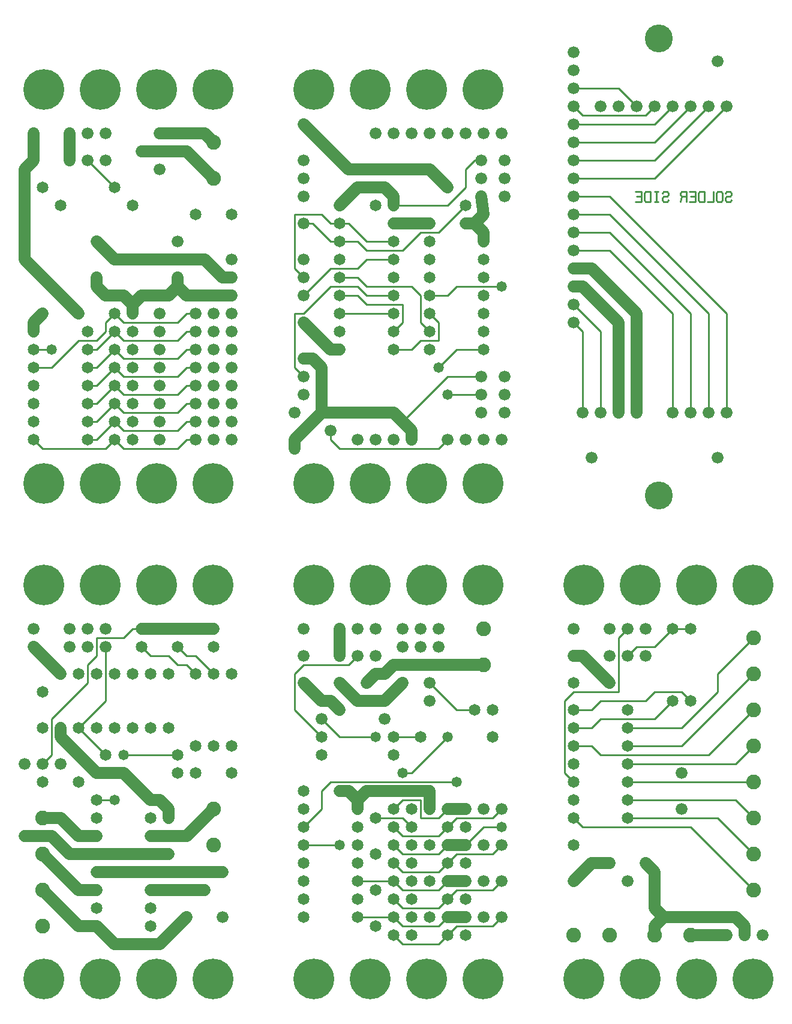
<source format=gbl>
%MOIN*%
%FSLAX25Y25*%
G04 D10 used for Character Trace; *
G04     Circle (OD=.01000) (No hole)*
G04 D11 used for Power Trace; *
G04     Circle (OD=.06700) (No hole)*
G04 D12 used for Signal Trace; *
G04     Circle (OD=.01100) (No hole)*
G04 D13 used for Via; *
G04     Circle (OD=.05800) (Round. Hole ID=.02800)*
G04 D14 used for Component hole; *
G04     Circle (OD=.06500) (Round. Hole ID=.03500)*
G04 D15 used for Component hole; *
G04     Circle (OD=.06600) (Round. Hole ID=.04200)*
G04 D16 used for Component hole; *
G04     Circle (OD=.08200) (Round. Hole ID=.05200)*
G04 D17 used for Component hole; *
G04     Circle (OD=.08900) (Round. Hole ID=.05900)*
G04 D18 used for Component hole; *
G04     Circle (OD=.11600) (Round. Hole ID=.08600)*
G04 D19 used for Component hole; *
G04     Circle (OD=.15500) (Round. Hole ID=.12500)*
G04 D20 used for Component hole; *
G04     Circle (OD=.18200) (Round. Hole ID=.15200)*
G04 D21 used for Component hole; *
G04     Circle (OD=.22600) (Round. Hole ID=.19600)*
%ADD10C,.01000*%
%ADD11C,.06700*%
%ADD12C,.01100*%
%ADD13C,.05800*%
%ADD14C,.06500*%
%ADD15C,.06600*%
%ADD16C,.08200*%
%ADD17C,.08900*%
%ADD18C,.11600*%
%ADD19C,.15500*%
%ADD20C,.18200*%
%ADD21C,.22600*%
%IPPOS*%
%LPD*%
G90*X0Y0D02*D21*X15625Y15625D03*D14*              
X45000Y45000D03*D11*X55000Y35000D01*X80000D01*    
X95000Y50000D01*D15*D03*D13*X105000Y65000D03*D11* 
X75000D01*D14*D03*Y75000D03*D11*X45000D01*D14*D03*
D11*X35000Y65000D02*X45000D01*D14*D03*D11*        
X35000D02*X15000Y85000D01*D16*D03*D13*            
X5000Y95000D03*D11*X20000D01*X30000Y85000D01*     
X45000D01*D14*D03*D11*X75000D01*D14*D03*D11*      
X85000D01*D14*D03*D11*X75000Y95000D02*X95000D01*  
D14*X75000D03*X85000Y105000D03*D11*Y110000D01*    
X80000Y115000D01*X75000D01*D14*D03*D11*           
X60000Y130000D01*X50000D01*D14*D03*D11*X45000D01* 
X25000Y150000D01*Y155000D01*D14*D03*D12*          
X20000Y140000D02*Y160000D01*X15000Y135000D02*     
X20000Y140000D01*D15*X15000Y135000D03*X25000D03*  
X5000D03*D14*X15000Y125000D03*X35000Y155000D03*   
D12*X50000Y140000D01*D14*D03*D13*X60000D03*D12*   
X90000D01*D14*D03*X100000Y130000D03*X90000D03*    
X100000Y145000D03*X75000Y155000D03*X85000D03*     
X110000Y145000D03*X65000Y155000D03*               
X120000Y130000D03*Y145000D03*D16*                 
X110000Y110000D03*D11*X95000Y95000D01*D16*        
X110000Y90000D03*D13*X115000Y75000D03*D11*        
X75000D01*D14*Y55000D03*X45000Y105000D03*D11*     
X35000Y45000D02*X45000D01*X35000D02*              
X15000Y65000D01*D16*D03*Y45000D03*D14*            
X45000Y95000D03*D11*X35000D01*X25000Y105000D01*   
X15000D01*D16*D03*D14*X35000Y125000D03*           
X45000Y115000D03*D12*X55000D01*D13*D03*D14*       
X75000Y105000D03*X15000Y155000D03*X55000D03*      
X45000D03*D12*X35000D02*X50000Y170000D01*         
Y200000D01*D15*D03*D12*X45000Y195000D02*          
Y205000D01*X40000Y190000D02*X45000Y195000D01*     
X40000Y180000D02*Y190000D01*X20000Y160000D02*     
X40000Y180000D01*D14*X15000Y175000D03*            
X45000Y185000D03*X35000D03*X25000D03*D11*         
X10000Y200000D01*D15*D03*Y210000D03*              
X30000Y200000D03*Y210000D03*X40000Y200000D03*     
Y210000D03*D21*X46875Y234375D03*X15625D03*D12*    
X45000Y205000D02*X60000D01*X65000Y210000D01*      
X70000D01*D14*D03*D11*X90000D01*D14*D03*D11*      
X110000D01*D14*D03*Y200000D03*D12*                
X95000Y195000D02*X100000D01*X110000Y185000D01*D14*
D03*X120000D03*X100000D03*D12*X95000Y190000D01*   
X90000D01*X85000Y195000D01*X75000D01*             
X70000Y200000D01*D14*D03*X85000Y185000D03*        
X55000D03*X65000D03*X75000D03*D15*                
X50000Y210000D03*D14*X90000Y200000D03*D12*        
X95000Y195000D01*D21*X109375Y234375D03*X78125D03* 
D14*X45000Y55000D03*D15*X115000Y50000D03*D14*     
X75000Y45000D03*D21*X46875Y15625D03*X78125D03*    
X109375D03*G90*X0Y0D02*D14*X160000Y50000D03*      
Y60000D03*Y70000D03*Y80000D03*Y90000D03*D12*      
X180000D01*D13*D03*D14*X190000Y80000D03*          
Y100000D03*Y90000D03*X160000Y110000D03*X190000D03*
D11*Y115000D01*X195000Y120000D01*X230000D01*      
Y110000D01*D14*D03*D12*X225000Y105000D02*         
X235000D01*X225000D02*Y115000D01*X215000D01*      
X210000Y110000D01*D14*D03*D12*X220000Y100000D02*  
X215000Y105000D01*D14*X220000Y100000D03*D12*      
X200000Y105000D02*X215000D01*D14*X200000D03*D11*  
X190000Y115000D02*X185000Y120000D01*X180000D01*   
D14*D03*D12*X170000D02*X175000Y125000D01*         
X170000Y110000D02*Y120000D01*X160000Y100000D02*   
X170000Y110000D01*D14*X160000Y100000D03*          
Y120000D03*D12*X175000Y125000D02*X245000D01*D13*  
D03*D15*X260000Y110000D03*D14*X240000D03*D12*     
X235000Y105000D01*D14*X240000Y100000D03*D12*      
X235000Y95000D01*X215000D01*X210000Y100000D01*D14*
D03*X220000Y90000D03*Y110000D03*X210000Y90000D03* 
D12*X215000Y85000D01*X235000D01*X240000Y90000D01* 
D14*D03*D11*X250000D01*D15*D03*D12*               
X260000Y100000D01*X270000D01*D13*D03*D12*         
X245000Y105000D02*X265000D01*X240000Y100000D02*   
X245000Y105000D01*D15*X250000Y110000D03*D11*      
X240000D01*D14*X250000Y100000D03*D15*             
X260000Y90000D03*D12*X215000Y130000D02*X220000D01*
D13*X215000D03*D12*X220000D02*X240000Y150000D01*  
D13*D03*D14*X255000Y165000D03*D12*X245000D01*     
X230000Y180000D01*D15*D03*Y190000D03*D11*         
X210000D01*X205000Y185000D01*X200000D01*          
X195000Y180000D01*D15*D03*D11*X190000Y170000D02*  
X205000D01*X190000D02*X180000Y180000D01*D15*D03*  
D11*X170000Y170000D02*X175000D01*                 
X180000Y165000D01*D13*D03*D11*X170000Y170000D02*  
X160000Y180000D01*D15*D03*D12*X155000Y165000D02*  
Y185000D01*X170000Y150000D02*X155000Y165000D01*   
D14*X170000Y150000D03*D12*X180000D02*X200000D01*  
D13*D03*D14*X210000Y140000D03*D15*                
X205000Y160000D03*D14*X210000Y150000D03*D12*      
X225000D01*D14*D03*D11*X205000Y170000D02*         
X215000Y180000D01*D15*D03*X200000Y195000D03*      
X230000Y170000D03*D11*Y190000D02*X260000D01*D16*  
D03*Y210000D03*D15*X235000D03*Y200000D03*D14*     
X265000Y165000D03*D15*X225000Y210000D03*          
Y200000D03*D14*X265000Y150000D03*D15*             
X215000Y210000D03*Y200000D03*D21*                 
X259375Y234375D03*X228125D03*D15*                 
X200000Y210000D03*D21*X196875Y234375D03*D15*      
X190000Y210000D03*Y195000D03*D12*                 
X185000Y190000D01*X160000D01*X155000Y185000D01*   
D15*X160000Y195000D03*X180000Y210000D03*D11*      
Y195000D01*D15*D03*X160000Y210000D03*             
X170000Y160000D03*D12*X180000Y150000D01*D14*      
X170000Y140000D03*X230000Y90000D03*D12*           
X240000Y80000D02*X245000Y85000D01*D14*            
X240000Y80000D03*D12*X235000Y75000D01*X215000D01* 
X210000Y80000D01*D14*D03*X220000Y70000D03*        
X200000Y85000D03*X220000Y80000D03*                
X210000Y70000D03*D12*X215000Y65000D01*X235000D01* 
X240000Y70000D01*D14*D03*D11*X250000D01*D15*D03*  
D12*X240000Y60000D02*X245000Y65000D01*D14*        
X240000Y60000D03*D12*X235000Y55000D01*X215000D01* 
X210000Y60000D01*D14*D03*X220000Y50000D03*        
X200000Y65000D03*X220000Y60000D03*D12*            
X190000Y70000D02*X210000D01*D14*X190000D03*       
Y60000D03*X210000Y50000D03*D12*X215000Y45000D01*  
X235000D01*X240000Y50000D01*D14*D03*D11*          
X250000D01*D15*D03*D12*X240000Y40000D02*          
X245000Y45000D01*D14*X240000Y40000D03*D12*        
X235000Y35000D01*X215000D01*X210000Y40000D01*D14* 
D03*X200000Y45000D03*X220000Y40000D03*D12*        
X190000Y50000D02*X210000D01*D14*X190000D03*D21*   
X165625Y15625D03*X196875D03*X228125D03*D14*       
X230000Y50000D03*Y70000D03*D12*X245000Y45000D02*  
X265000D01*X270000Y50000D01*D15*D03*X260000D03*   
D12*X245000Y65000D02*X265000D01*D14*              
X250000Y60000D03*Y80000D03*D15*X260000Y70000D03*  
D12*X245000Y85000D02*X265000D01*Y65000D02*        
X270000Y70000D01*D15*D03*D12*X265000Y85000D02*    
X270000Y90000D01*D15*D03*D12*X265000Y105000D02*   
X270000Y110000D01*D15*D03*D14*X250000Y40000D03*   
D21*X259375Y15625D03*X165625Y234375D03*G90*       
X0Y0D02*D12*X310000Y125000D02*X305000Y130000D01*  
D14*X310000Y125000D03*D12*X305000Y130000D02*      
Y170000D01*X310000Y175000D01*X335000D01*          
Y205000D01*X340000Y210000D01*D15*D03*X350000D03*  
X330000D03*D12*X340000Y195000D02*                 
X345000Y200000D01*D15*X340000Y195000D03*D12*      
X345000Y200000D02*X355000D01*X365000Y210000D01*   
D14*D03*D12*X375000D01*D14*D03*D21*               
X378125Y234375D03*D15*X350000Y195000D03*D12*      
X390000Y175000D02*Y185000D01*X370000Y155000D02*   
X390000Y175000D01*X340000Y155000D02*X370000D01*   
D14*X340000D03*Y165000D03*Y145000D03*D12*         
X370000D01*X410000Y185000D01*D16*D03*Y205000D03*  
D12*X390000Y185000D01*D14*X375000Y170000D03*D12*  
X370000Y175000D01*X355000D01*X350000Y170000D01*   
X325000D01*X320000Y165000D01*X310000D01*D14*D03*  
D12*Y155000D02*X320000D01*D14*X310000D03*D12*     
X325000Y140000D02*X320000Y145000D01*              
X325000Y140000D02*X385000D01*X410000Y165000D01*   
D16*D03*Y145000D03*D12*X400000Y135000D01*         
X340000D01*D14*D03*Y125000D03*D12*X410000D01*D16* 
D03*D12*Y105000D02*X400000Y115000D01*D16*         
X410000Y105000D03*D12*X340000Y115000D02*          
X400000D01*D14*X340000D03*Y105000D03*D12*         
X390000D01*X410000Y85000D01*D16*D03*Y65000D03*D12*
X375000Y100000D01*X315000D01*X310000Y105000D01*   
D14*D03*Y115000D03*Y90000D03*D11*Y70000D02*       
X320000Y80000D01*D14*X310000Y70000D03*D11*        
X320000Y80000D02*X330000D01*D15*D03*              
X340000Y70000D03*X350000Y80000D03*D11*            
X355000Y75000D01*Y55000D01*X360000Y50000D01*      
X355000Y45000D01*Y40000D01*D16*D03*D11*           
X360000Y50000D02*X400000D01*X405000Y45000D01*     
Y40000D01*D15*D03*X415000D03*X395000D03*D11*      
X375000D01*D16*D03*D21*X378125Y15625D03*          
X346875D03*X409375D03*D16*X330000Y40000D03*D21*   
X315625Y15625D03*D16*X310000Y40000D03*D15*        
X370000Y110000D03*Y130000D03*D14*                 
X310000Y135000D03*D12*Y145000D02*X320000D01*D14*  
X310000D03*D12*X320000Y155000D02*                 
X325000Y160000D01*X355000D01*X365000Y170000D01*   
D14*D03*D15*X330000Y195000D03*D14*Y180000D03*D11* 
X315000Y195000D01*X310000D01*D15*D03*Y210000D03*  
D14*Y180000D03*D21*X346875Y234375D03*X315625D03*  
X409375D03*G90*X0Y0D02*X109375Y290625D03*         
X78125D03*X46875D03*X15625D03*D12*                
X60000Y310000D02*X90000D01*X60000D02*             
X55000Y315000D01*D14*D03*D12*X50000Y310000D01*    
X15000D01*X10000Y315000D01*D14*D03*Y325000D03*    
Y335000D03*X40000Y345000D03*D12*X45000D01*        
X55000Y355000D01*D14*D03*D12*X60000Y350000D01*    
X90000D01*X95000Y355000D01*X100000D01*D15*D03*    
X110000Y345000D03*Y365000D03*D12*X60000Y360000D02*
X90000D01*X60000D02*X55000Y365000D01*D14*D03*D12* 
X45000Y355000D01*X40000D01*D14*D03*D12*Y365000D02*
X45000D01*D14*X40000D03*D12*X35000Y370000D02*     
X45000D01*X20000Y355000D02*X35000Y370000D01*      
X10000Y355000D02*X20000D01*D14*X10000D03*D13*     
X20000Y365000D03*D12*X10000D01*D14*D03*Y375000D03*
D11*Y380000D01*X15000Y385000D01*D14*D03*X35000D03*
D11*X5000Y415000D01*Y465000D01*X10000Y470000D01*  
D15*D03*D11*Y485000D01*D15*D03*X30000Y470000D03*  
D11*Y485000D01*D15*D03*X40000D03*Y470000D03*D12*  
X55000Y455000D01*D14*D03*X65000Y445000D03*D15*    
X50000Y470000D03*X70000Y475000D03*D11*X95000D01*  
X110000Y460000D01*D16*D03*D14*X100000Y440000D03*  
D16*X110000Y480000D03*D11*X105000Y485000D01*      
X80000D01*D15*D03*Y465000D03*D21*X78125Y509375D03*
D15*X50000Y485000D03*D21*X109375Y509375D03*       
X46875D03*D14*X120000Y440000D03*X25000Y445000D03* 
D15*X45000Y425000D03*D11*X55000Y415000D01*        
X90000D01*D15*D03*D11*X105000D01*                 
X115000Y405000D01*X120000D01*D15*D03*Y415000D03*  
Y395000D03*D11*X95000D01*X90000Y400000D01*        
X85000Y395000D01*X70000D01*X65000Y390000D01*      
Y385000D01*D14*D03*D12*X60000Y380000D02*X90000D01*
X95000Y385000D01*X100000D01*D15*D03*              
X110000Y375000D03*D12*X90000Y370000D02*           
X95000Y375000D01*X60000Y370000D02*X90000D01*      
X60000D02*X55000Y375000D01*D14*D03*D12*           
X45000Y365000D01*Y370000D02*X50000Y375000D01*     
Y380000D01*X55000Y385000D01*D14*D03*D12*          
X60000Y380000D01*D14*X65000Y375000D03*D11*        
Y390000D02*X60000Y395000D01*X50000D01*            
X45000Y400000D01*Y405000D01*D15*D03*D14*          
X40000Y375000D03*D15*X80000D03*Y385000D03*D14*    
X65000Y365000D03*D15*X80000D03*D12*               
X90000Y360000D02*X95000Y365000D01*X100000D01*D15* 
D03*X110000Y355000D03*X100000Y375000D03*D12*      
X95000D01*D15*X110000Y385000D03*X80000Y355000D03* 
X120000D03*Y365000D03*Y375000D03*D11*             
X90000Y400000D02*Y405000D01*D15*D03*Y425000D03*   
X120000Y385000D03*D14*X65000Y355000D03*           
X55000Y345000D03*D12*X45000Y335000D01*X40000D01*  
D14*D03*Y325000D03*D12*X45000D01*X55000Y335000D01*
D14*D03*D12*X60000Y330000D01*X90000D01*           
X95000Y335000D01*X100000D01*D15*D03*              
X110000Y325000D03*D12*X60000Y340000D02*X90000D01* 
X60000D02*X55000Y345000D01*D14*X65000Y335000D03*  
Y345000D03*X55000Y325000D03*D12*X45000Y315000D01* 
X40000D01*D14*D03*D12*X60000Y320000D02*           
X55000Y325000D01*X60000Y320000D02*X90000D01*      
X95000Y325000D01*X100000D01*D15*D03*              
X110000Y315000D03*Y335000D03*D12*X90000Y310000D02*
X95000Y315000D01*X100000D01*D15*D03*              
X120000Y335000D03*X80000D03*Y325000D03*           
X120000Y315000D03*X80000D03*X120000Y325000D03*D12*
X90000Y340000D02*X95000Y345000D01*X100000D01*D15* 
D03*X120000D03*X80000D03*D14*X65000Y325000D03*    
Y315000D03*X10000Y345000D03*X15000Y455000D03*D21* 
X15625Y509375D03*G90*X0Y0D02*X259375Y290625D03*   
X228125D03*X196875D03*X165625D03*D12*             
X180000Y310000D02*X235000D01*X180000D02*          
X175000Y315000D01*Y320000D01*D15*D03*D11*         
X155000Y315000D02*X170000Y330000D01*              
X155000Y310000D02*Y315000D01*D15*Y310000D03*D11*  
X170000Y330000D02*X210000D01*X215000Y325000D01*   
X220000Y320000D01*Y315000D01*D15*D03*X210000D03*  
D12*X215000Y325000D02*X240000Y350000D01*          
X258500D01*D15*D03*X271500Y340000D03*Y350000D03*  
X258500Y340000D03*D12*X240000D01*D13*D03*         
X235000Y355000D03*D12*X245000Y365000D01*          
X260000D01*D14*D03*Y375000D03*Y385000D03*D12*     
X235000Y370000D02*Y380000D01*X225000Y370000D02*   
X235000D01*X220000Y365000D02*X225000Y370000D01*   
X210000Y365000D02*X220000D01*D14*X210000D03*      
Y375000D03*D12*X215000Y380000D01*Y390000D01*      
X195000D01*X190000Y395000D01*X180000D01*D14*D03*  
D12*X160000Y385000D02*X175000Y400000D01*          
X155000Y385000D02*X160000D01*X155000Y355000D02*   
Y385000D01*X160000Y350000D02*X155000Y355000D01*   
D15*X160000Y350000D03*D11*X170000Y355000D02*      
X165000Y360000D01*X170000Y330000D02*Y355000D01*   
D15*X160000Y340000D03*X155000Y330000D03*          
X190000Y315000D03*X200000D03*D11*                 
X160000Y360000D02*X165000D01*D15*X160000D03*D11*  
X175000Y365000D02*X180000D01*D14*D03*D11*         
X175000D02*X160000Y380000D01*D15*D03*Y395000D03*  
D12*X175000Y410000D01*X190000D01*                 
X195000Y415000D01*X210000D01*D14*D03*D12*         
X195000Y420000D02*X215000D01*X195000D02*          
X190000Y425000D01*X180000D01*D14*D03*D12*         
X175000D01*X165000Y435000D01*X160000D01*D15*D03*  
D12*X155000Y410000D02*Y440000D01*                 
X160000Y405000D02*X155000Y410000D01*D15*          
X160000Y405000D03*Y415000D03*D12*                 
X175000Y400000D02*X190000D01*X195000Y395000D01*   
X210000D01*D14*D03*Y405000D03*Y385000D03*D12*     
X180000D01*D14*D03*Y375000D03*D12*                
X195000Y400000D02*X220000D01*X225000Y395000D01*   
Y380000D01*X230000Y375000D01*D14*D03*D12*         
X235000Y380000D02*X230000Y385000D01*D14*D03*D12*  
Y395000D02*X240000D01*D14*X230000D03*D12*         
X240000D02*X245000Y400000D01*X270000D01*D13*D03*  
D14*X260000Y405000D03*Y395000D03*Y415000D03*      
Y425000D03*D11*Y430000D01*X255000Y435000D01*      
X250000D01*D14*D03*D11*X255000D02*                
X260000Y440000D01*X258500Y450000D01*D15*D03*      
X271500Y460000D03*D12*X240000Y445000D02*          
X250000Y455000D01*X210000Y445000D02*X240000D01*   
D14*X210000D03*D11*Y450000D01*X205000Y455000D01*  
X190000D01*X180000Y445000D01*D14*D03*D12*         
X175000Y435000D02*X180000D01*D14*D03*D12*         
X185000D01*X195000Y425000D01*X210000D01*D14*D03*  
D12*X215000Y420000D02*X225000Y430000D01*          
X235000D01*X250000Y445000D01*D14*D03*D13*         
X240000Y455000D03*D11*X230000Y465000D01*          
X185000D01*X160000Y490000D01*D15*D03*D21*         
X165625Y509375D03*D15*X160000Y470000D03*          
Y460000D03*D21*X196875Y509375D03*D15*             
X200000Y485000D03*X160000Y450000D03*D14*          
X200000Y445000D03*D15*X210000Y485000D03*D12*      
X155000Y440000D02*X170000D01*X175000Y435000D01*   
D14*X180000Y415000D03*Y405000D03*D12*X190000D01*  
X195000Y400000D01*D14*X230000Y365000D03*          
Y435000D03*D11*X210000D01*D14*D03*                
X230000Y415000D03*Y425000D03*Y405000D03*D12*      
X250000Y455000D02*Y465000D01*X255000Y470000D01*   
X258500D01*D15*D03*X271500D03*X258500Y460000D03*  
X270000Y485000D03*X260000D03*X250000D03*          
X240000D03*X271500Y450000D03*X230000Y485000D03*   
X220000D03*D21*X259375Y509375D03*X228125D03*D15*  
X258500Y330000D03*X271500D03*X240000Y315000D03*   
D12*X235000Y310000D01*D15*X250000Y315000D03*      
X260000D03*X270000D03*G90*X0Y0D02*                
X320000Y305000D03*X325000Y330000D03*D12*          
Y375000D01*X310000Y390000D01*D15*D03*D11*         
X335000Y380000D02*X315000Y400000D01*              
X335000Y330000D02*Y380000D01*D15*Y330000D03*      
X345000D03*D11*Y385000D01*X320000Y410000D01*      
X310000D01*D15*D03*Y420000D03*D12*X330000D01*     
X365000Y385000D01*Y330000D01*D15*D03*X375000D03*  
D12*Y385000D01*X330000Y430000D01*X310000D01*D15*  
D03*Y440000D03*D12*X330000D01*X385000Y385000D01*  
Y330000D01*D15*D03*X395000D03*D12*Y385000D01*     
X330000Y450000D01*X310000D01*D15*D03*Y460000D03*  
D12*X355000D01*X395000Y500000D01*D15*D03*         
X385000D03*D12*X355000Y470000D01*X310000D01*D15*  
D03*Y480000D03*D12*X355000D01*X375000Y500000D01*  
D15*D03*X365000D03*D12*X355000Y490000D01*         
X310000D01*D15*D03*D12*X315000Y495000D02*         
X350000D01*X355000Y500000D01*D15*D03*X345000D03*  
D12*X335000Y510000D01*X310000D01*D15*D03*         
Y520000D03*Y500000D03*D12*X315000Y495000D01*D15*  
X325000Y500000D03*X335000D03*X310000Y530000D03*   
D19*X357300Y537900D03*D10*X394163Y451914D02*      
X395000Y452871D01*X396674D01*X397511Y451914D01*   
Y450957D01*X396674Y450000D01*X395000D01*          
X394163Y449043D01*Y448086D01*X395000Y447129D01*   
X396674D01*X397511Y448086D01*X389163D02*          
X390000Y447129D01*X391674D01*X392511Y448086D01*   
Y451914D01*X391674Y452871D01*X390000D01*          
X389163Y451914D01*Y448086D01*X387511Y452871D02*   
Y447129D01*X384163D01*X382511D02*Y452871D01*      
X380000D01*X379163Y451914D01*Y448086D01*          
X380000Y447129D01*X382511D01*X374163D02*          
X377511D01*Y452871D01*X374163D01*                 
X377511Y450000D02*X375000D01*X372511Y447129D02*   
Y452871D01*X370000D01*X369163Y451914D01*          
Y450957D01*X370000Y450000D01*X372511D01*          
X370000D02*X369163Y447129D01*X359163Y451914D02*   
X360000Y452871D01*X361674D01*X362511Y451914D01*   
Y450957D01*X361674Y450000D01*X360000D01*          
X359163Y449043D01*Y448086D01*X360000Y447129D01*   
X361674D01*X362511Y448086D01*X355837Y447129D02*   
Y452871D01*X356674Y447129D02*X355000D01*          
X356674Y452871D02*X355000D01*X352511Y447129D02*   
Y452871D01*X350000D01*X349163Y451914D01*          
Y448086D01*X350000Y447129D01*X352511D01*          
X344163D02*X347511D01*Y452871D01*X344163D01*      
X347511Y450000D02*X345000D01*D15*                 
X390000Y525000D03*X310000Y400000D03*D11*          
X315000D01*D15*X310000Y380000D03*D12*             
X315000Y375000D01*Y330000D01*D15*D03*D19*         
X357300Y284100D03*D15*X390000Y305000D03*M02*      

</source>
